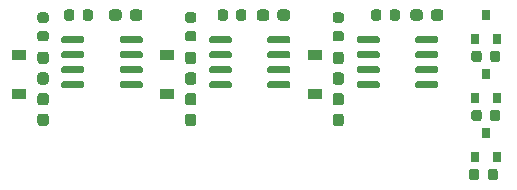
<source format=gbr>
%TF.GenerationSoftware,KiCad,Pcbnew,(5.1.6)-1*%
%TF.CreationDate,2020-12-19T18:50:18-05:00*%
%TF.ProjectId,driver_RGB,64726976-6572-45f5-9247-422e6b696361,rev?*%
%TF.SameCoordinates,Original*%
%TF.FileFunction,Paste,Top*%
%TF.FilePolarity,Positive*%
%FSLAX46Y46*%
G04 Gerber Fmt 4.6, Leading zero omitted, Abs format (unit mm)*
G04 Created by KiCad (PCBNEW (5.1.6)-1) date 2020-12-19 18:50:18*
%MOMM*%
%LPD*%
G01*
G04 APERTURE LIST*
%ADD10R,0.800000X0.900000*%
%ADD11R,1.200000X0.900000*%
G04 APERTURE END LIST*
D10*
%TO.C,Q3*%
X154500000Y-92500000D03*
X155450000Y-94500000D03*
X153550000Y-94500000D03*
%TD*%
%TO.C,Q2*%
X154500000Y-82500000D03*
X155450000Y-84500000D03*
X153550000Y-84500000D03*
%TD*%
D11*
%TO.C,D3*%
X140000000Y-89150000D03*
X140000000Y-85850000D03*
%TD*%
%TO.C,D2*%
X115000000Y-89150000D03*
X115000000Y-85850000D03*
%TD*%
%TO.C,D1*%
X127500000Y-89150000D03*
X127500000Y-85850000D03*
%TD*%
%TO.C,U3*%
G36*
G01*
X145500000Y-88255000D02*
X145500000Y-88555000D01*
G75*
G02*
X145350000Y-88705000I-150000J0D01*
G01*
X143700000Y-88705000D01*
G75*
G02*
X143550000Y-88555000I0J150000D01*
G01*
X143550000Y-88255000D01*
G75*
G02*
X143700000Y-88105000I150000J0D01*
G01*
X145350000Y-88105000D01*
G75*
G02*
X145500000Y-88255000I0J-150000D01*
G01*
G37*
G36*
G01*
X145500000Y-86985000D02*
X145500000Y-87285000D01*
G75*
G02*
X145350000Y-87435000I-150000J0D01*
G01*
X143700000Y-87435000D01*
G75*
G02*
X143550000Y-87285000I0J150000D01*
G01*
X143550000Y-86985000D01*
G75*
G02*
X143700000Y-86835000I150000J0D01*
G01*
X145350000Y-86835000D01*
G75*
G02*
X145500000Y-86985000I0J-150000D01*
G01*
G37*
G36*
G01*
X145500000Y-85715000D02*
X145500000Y-86015000D01*
G75*
G02*
X145350000Y-86165000I-150000J0D01*
G01*
X143700000Y-86165000D01*
G75*
G02*
X143550000Y-86015000I0J150000D01*
G01*
X143550000Y-85715000D01*
G75*
G02*
X143700000Y-85565000I150000J0D01*
G01*
X145350000Y-85565000D01*
G75*
G02*
X145500000Y-85715000I0J-150000D01*
G01*
G37*
G36*
G01*
X145500000Y-84445000D02*
X145500000Y-84745000D01*
G75*
G02*
X145350000Y-84895000I-150000J0D01*
G01*
X143700000Y-84895000D01*
G75*
G02*
X143550000Y-84745000I0J150000D01*
G01*
X143550000Y-84445000D01*
G75*
G02*
X143700000Y-84295000I150000J0D01*
G01*
X145350000Y-84295000D01*
G75*
G02*
X145500000Y-84445000I0J-150000D01*
G01*
G37*
G36*
G01*
X150450000Y-84445000D02*
X150450000Y-84745000D01*
G75*
G02*
X150300000Y-84895000I-150000J0D01*
G01*
X148650000Y-84895000D01*
G75*
G02*
X148500000Y-84745000I0J150000D01*
G01*
X148500000Y-84445000D01*
G75*
G02*
X148650000Y-84295000I150000J0D01*
G01*
X150300000Y-84295000D01*
G75*
G02*
X150450000Y-84445000I0J-150000D01*
G01*
G37*
G36*
G01*
X150450000Y-85715000D02*
X150450000Y-86015000D01*
G75*
G02*
X150300000Y-86165000I-150000J0D01*
G01*
X148650000Y-86165000D01*
G75*
G02*
X148500000Y-86015000I0J150000D01*
G01*
X148500000Y-85715000D01*
G75*
G02*
X148650000Y-85565000I150000J0D01*
G01*
X150300000Y-85565000D01*
G75*
G02*
X150450000Y-85715000I0J-150000D01*
G01*
G37*
G36*
G01*
X150450000Y-86985000D02*
X150450000Y-87285000D01*
G75*
G02*
X150300000Y-87435000I-150000J0D01*
G01*
X148650000Y-87435000D01*
G75*
G02*
X148500000Y-87285000I0J150000D01*
G01*
X148500000Y-86985000D01*
G75*
G02*
X148650000Y-86835000I150000J0D01*
G01*
X150300000Y-86835000D01*
G75*
G02*
X150450000Y-86985000I0J-150000D01*
G01*
G37*
G36*
G01*
X150450000Y-88255000D02*
X150450000Y-88555000D01*
G75*
G02*
X150300000Y-88705000I-150000J0D01*
G01*
X148650000Y-88705000D01*
G75*
G02*
X148500000Y-88555000I0J150000D01*
G01*
X148500000Y-88255000D01*
G75*
G02*
X148650000Y-88105000I150000J0D01*
G01*
X150300000Y-88105000D01*
G75*
G02*
X150450000Y-88255000I0J-150000D01*
G01*
G37*
%TD*%
%TO.C,U1*%
G36*
G01*
X133000000Y-88255000D02*
X133000000Y-88555000D01*
G75*
G02*
X132850000Y-88705000I-150000J0D01*
G01*
X131200000Y-88705000D01*
G75*
G02*
X131050000Y-88555000I0J150000D01*
G01*
X131050000Y-88255000D01*
G75*
G02*
X131200000Y-88105000I150000J0D01*
G01*
X132850000Y-88105000D01*
G75*
G02*
X133000000Y-88255000I0J-150000D01*
G01*
G37*
G36*
G01*
X133000000Y-86985000D02*
X133000000Y-87285000D01*
G75*
G02*
X132850000Y-87435000I-150000J0D01*
G01*
X131200000Y-87435000D01*
G75*
G02*
X131050000Y-87285000I0J150000D01*
G01*
X131050000Y-86985000D01*
G75*
G02*
X131200000Y-86835000I150000J0D01*
G01*
X132850000Y-86835000D01*
G75*
G02*
X133000000Y-86985000I0J-150000D01*
G01*
G37*
G36*
G01*
X133000000Y-85715000D02*
X133000000Y-86015000D01*
G75*
G02*
X132850000Y-86165000I-150000J0D01*
G01*
X131200000Y-86165000D01*
G75*
G02*
X131050000Y-86015000I0J150000D01*
G01*
X131050000Y-85715000D01*
G75*
G02*
X131200000Y-85565000I150000J0D01*
G01*
X132850000Y-85565000D01*
G75*
G02*
X133000000Y-85715000I0J-150000D01*
G01*
G37*
G36*
G01*
X133000000Y-84445000D02*
X133000000Y-84745000D01*
G75*
G02*
X132850000Y-84895000I-150000J0D01*
G01*
X131200000Y-84895000D01*
G75*
G02*
X131050000Y-84745000I0J150000D01*
G01*
X131050000Y-84445000D01*
G75*
G02*
X131200000Y-84295000I150000J0D01*
G01*
X132850000Y-84295000D01*
G75*
G02*
X133000000Y-84445000I0J-150000D01*
G01*
G37*
G36*
G01*
X137950000Y-84445000D02*
X137950000Y-84745000D01*
G75*
G02*
X137800000Y-84895000I-150000J0D01*
G01*
X136150000Y-84895000D01*
G75*
G02*
X136000000Y-84745000I0J150000D01*
G01*
X136000000Y-84445000D01*
G75*
G02*
X136150000Y-84295000I150000J0D01*
G01*
X137800000Y-84295000D01*
G75*
G02*
X137950000Y-84445000I0J-150000D01*
G01*
G37*
G36*
G01*
X137950000Y-85715000D02*
X137950000Y-86015000D01*
G75*
G02*
X137800000Y-86165000I-150000J0D01*
G01*
X136150000Y-86165000D01*
G75*
G02*
X136000000Y-86015000I0J150000D01*
G01*
X136000000Y-85715000D01*
G75*
G02*
X136150000Y-85565000I150000J0D01*
G01*
X137800000Y-85565000D01*
G75*
G02*
X137950000Y-85715000I0J-150000D01*
G01*
G37*
G36*
G01*
X137950000Y-86985000D02*
X137950000Y-87285000D01*
G75*
G02*
X137800000Y-87435000I-150000J0D01*
G01*
X136150000Y-87435000D01*
G75*
G02*
X136000000Y-87285000I0J150000D01*
G01*
X136000000Y-86985000D01*
G75*
G02*
X136150000Y-86835000I150000J0D01*
G01*
X137800000Y-86835000D01*
G75*
G02*
X137950000Y-86985000I0J-150000D01*
G01*
G37*
G36*
G01*
X137950000Y-88255000D02*
X137950000Y-88555000D01*
G75*
G02*
X137800000Y-88705000I-150000J0D01*
G01*
X136150000Y-88705000D01*
G75*
G02*
X136000000Y-88555000I0J150000D01*
G01*
X136000000Y-88255000D01*
G75*
G02*
X136150000Y-88105000I150000J0D01*
G01*
X137800000Y-88105000D01*
G75*
G02*
X137950000Y-88255000I0J-150000D01*
G01*
G37*
%TD*%
%TO.C,U2*%
G36*
G01*
X120500000Y-88255000D02*
X120500000Y-88555000D01*
G75*
G02*
X120350000Y-88705000I-150000J0D01*
G01*
X118700000Y-88705000D01*
G75*
G02*
X118550000Y-88555000I0J150000D01*
G01*
X118550000Y-88255000D01*
G75*
G02*
X118700000Y-88105000I150000J0D01*
G01*
X120350000Y-88105000D01*
G75*
G02*
X120500000Y-88255000I0J-150000D01*
G01*
G37*
G36*
G01*
X120500000Y-86985000D02*
X120500000Y-87285000D01*
G75*
G02*
X120350000Y-87435000I-150000J0D01*
G01*
X118700000Y-87435000D01*
G75*
G02*
X118550000Y-87285000I0J150000D01*
G01*
X118550000Y-86985000D01*
G75*
G02*
X118700000Y-86835000I150000J0D01*
G01*
X120350000Y-86835000D01*
G75*
G02*
X120500000Y-86985000I0J-150000D01*
G01*
G37*
G36*
G01*
X120500000Y-85715000D02*
X120500000Y-86015000D01*
G75*
G02*
X120350000Y-86165000I-150000J0D01*
G01*
X118700000Y-86165000D01*
G75*
G02*
X118550000Y-86015000I0J150000D01*
G01*
X118550000Y-85715000D01*
G75*
G02*
X118700000Y-85565000I150000J0D01*
G01*
X120350000Y-85565000D01*
G75*
G02*
X120500000Y-85715000I0J-150000D01*
G01*
G37*
G36*
G01*
X120500000Y-84445000D02*
X120500000Y-84745000D01*
G75*
G02*
X120350000Y-84895000I-150000J0D01*
G01*
X118700000Y-84895000D01*
G75*
G02*
X118550000Y-84745000I0J150000D01*
G01*
X118550000Y-84445000D01*
G75*
G02*
X118700000Y-84295000I150000J0D01*
G01*
X120350000Y-84295000D01*
G75*
G02*
X120500000Y-84445000I0J-150000D01*
G01*
G37*
G36*
G01*
X125450000Y-84445000D02*
X125450000Y-84745000D01*
G75*
G02*
X125300000Y-84895000I-150000J0D01*
G01*
X123650000Y-84895000D01*
G75*
G02*
X123500000Y-84745000I0J150000D01*
G01*
X123500000Y-84445000D01*
G75*
G02*
X123650000Y-84295000I150000J0D01*
G01*
X125300000Y-84295000D01*
G75*
G02*
X125450000Y-84445000I0J-150000D01*
G01*
G37*
G36*
G01*
X125450000Y-85715000D02*
X125450000Y-86015000D01*
G75*
G02*
X125300000Y-86165000I-150000J0D01*
G01*
X123650000Y-86165000D01*
G75*
G02*
X123500000Y-86015000I0J150000D01*
G01*
X123500000Y-85715000D01*
G75*
G02*
X123650000Y-85565000I150000J0D01*
G01*
X125300000Y-85565000D01*
G75*
G02*
X125450000Y-85715000I0J-150000D01*
G01*
G37*
G36*
G01*
X125450000Y-86985000D02*
X125450000Y-87285000D01*
G75*
G02*
X125300000Y-87435000I-150000J0D01*
G01*
X123650000Y-87435000D01*
G75*
G02*
X123500000Y-87285000I0J150000D01*
G01*
X123500000Y-86985000D01*
G75*
G02*
X123650000Y-86835000I150000J0D01*
G01*
X125300000Y-86835000D01*
G75*
G02*
X125450000Y-86985000I0J-150000D01*
G01*
G37*
G36*
G01*
X125450000Y-88255000D02*
X125450000Y-88555000D01*
G75*
G02*
X125300000Y-88705000I-150000J0D01*
G01*
X123650000Y-88705000D01*
G75*
G02*
X123500000Y-88555000I0J150000D01*
G01*
X123500000Y-88255000D01*
G75*
G02*
X123650000Y-88105000I150000J0D01*
G01*
X125300000Y-88105000D01*
G75*
G02*
X125450000Y-88255000I0J-150000D01*
G01*
G37*
%TD*%
%TO.C,R9*%
G36*
G01*
X149150000Y-82262500D02*
X149150000Y-82737500D01*
G75*
G02*
X148912500Y-82975000I-237500J0D01*
G01*
X148337500Y-82975000D01*
G75*
G02*
X148100000Y-82737500I0J237500D01*
G01*
X148100000Y-82262500D01*
G75*
G02*
X148337500Y-82025000I237500J0D01*
G01*
X148912500Y-82025000D01*
G75*
G02*
X149150000Y-82262500I0J-237500D01*
G01*
G37*
G36*
G01*
X150900000Y-82262500D02*
X150900000Y-82737500D01*
G75*
G02*
X150662500Y-82975000I-237500J0D01*
G01*
X150087500Y-82975000D01*
G75*
G02*
X149850000Y-82737500I0J237500D01*
G01*
X149850000Y-82262500D01*
G75*
G02*
X150087500Y-82025000I237500J0D01*
G01*
X150662500Y-82025000D01*
G75*
G02*
X150900000Y-82262500I0J-237500D01*
G01*
G37*
%TD*%
%TO.C,R8*%
G36*
G01*
X142237500Y-86650000D02*
X141762500Y-86650000D01*
G75*
G02*
X141525000Y-86412500I0J237500D01*
G01*
X141525000Y-85837500D01*
G75*
G02*
X141762500Y-85600000I237500J0D01*
G01*
X142237500Y-85600000D01*
G75*
G02*
X142475000Y-85837500I0J-237500D01*
G01*
X142475000Y-86412500D01*
G75*
G02*
X142237500Y-86650000I-237500J0D01*
G01*
G37*
G36*
G01*
X142237500Y-88400000D02*
X141762500Y-88400000D01*
G75*
G02*
X141525000Y-88162500I0J237500D01*
G01*
X141525000Y-87587500D01*
G75*
G02*
X141762500Y-87350000I237500J0D01*
G01*
X142237500Y-87350000D01*
G75*
G02*
X142475000Y-87587500I0J-237500D01*
G01*
X142475000Y-88162500D01*
G75*
G02*
X142237500Y-88400000I-237500J0D01*
G01*
G37*
%TD*%
%TO.C,R7*%
G36*
G01*
X142237500Y-90150000D02*
X141762500Y-90150000D01*
G75*
G02*
X141525000Y-89912500I0J237500D01*
G01*
X141525000Y-89337500D01*
G75*
G02*
X141762500Y-89100000I237500J0D01*
G01*
X142237500Y-89100000D01*
G75*
G02*
X142475000Y-89337500I0J-237500D01*
G01*
X142475000Y-89912500D01*
G75*
G02*
X142237500Y-90150000I-237500J0D01*
G01*
G37*
G36*
G01*
X142237500Y-91900000D02*
X141762500Y-91900000D01*
G75*
G02*
X141525000Y-91662500I0J237500D01*
G01*
X141525000Y-91087500D01*
G75*
G02*
X141762500Y-90850000I237500J0D01*
G01*
X142237500Y-90850000D01*
G75*
G02*
X142475000Y-91087500I0J-237500D01*
G01*
X142475000Y-91662500D01*
G75*
G02*
X142237500Y-91900000I-237500J0D01*
G01*
G37*
%TD*%
%TO.C,R6*%
G36*
G01*
X123650000Y-82262500D02*
X123650000Y-82737500D01*
G75*
G02*
X123412500Y-82975000I-237500J0D01*
G01*
X122837500Y-82975000D01*
G75*
G02*
X122600000Y-82737500I0J237500D01*
G01*
X122600000Y-82262500D01*
G75*
G02*
X122837500Y-82025000I237500J0D01*
G01*
X123412500Y-82025000D01*
G75*
G02*
X123650000Y-82262500I0J-237500D01*
G01*
G37*
G36*
G01*
X125400000Y-82262500D02*
X125400000Y-82737500D01*
G75*
G02*
X125162500Y-82975000I-237500J0D01*
G01*
X124587500Y-82975000D01*
G75*
G02*
X124350000Y-82737500I0J237500D01*
G01*
X124350000Y-82262500D01*
G75*
G02*
X124587500Y-82025000I237500J0D01*
G01*
X125162500Y-82025000D01*
G75*
G02*
X125400000Y-82262500I0J-237500D01*
G01*
G37*
%TD*%
%TO.C,R5*%
G36*
G01*
X117237500Y-86650000D02*
X116762500Y-86650000D01*
G75*
G02*
X116525000Y-86412500I0J237500D01*
G01*
X116525000Y-85837500D01*
G75*
G02*
X116762500Y-85600000I237500J0D01*
G01*
X117237500Y-85600000D01*
G75*
G02*
X117475000Y-85837500I0J-237500D01*
G01*
X117475000Y-86412500D01*
G75*
G02*
X117237500Y-86650000I-237500J0D01*
G01*
G37*
G36*
G01*
X117237500Y-88400000D02*
X116762500Y-88400000D01*
G75*
G02*
X116525000Y-88162500I0J237500D01*
G01*
X116525000Y-87587500D01*
G75*
G02*
X116762500Y-87350000I237500J0D01*
G01*
X117237500Y-87350000D01*
G75*
G02*
X117475000Y-87587500I0J-237500D01*
G01*
X117475000Y-88162500D01*
G75*
G02*
X117237500Y-88400000I-237500J0D01*
G01*
G37*
%TD*%
%TO.C,R4*%
G36*
G01*
X117237500Y-90150000D02*
X116762500Y-90150000D01*
G75*
G02*
X116525000Y-89912500I0J237500D01*
G01*
X116525000Y-89337500D01*
G75*
G02*
X116762500Y-89100000I237500J0D01*
G01*
X117237500Y-89100000D01*
G75*
G02*
X117475000Y-89337500I0J-237500D01*
G01*
X117475000Y-89912500D01*
G75*
G02*
X117237500Y-90150000I-237500J0D01*
G01*
G37*
G36*
G01*
X117237500Y-91900000D02*
X116762500Y-91900000D01*
G75*
G02*
X116525000Y-91662500I0J237500D01*
G01*
X116525000Y-91087500D01*
G75*
G02*
X116762500Y-90850000I237500J0D01*
G01*
X117237500Y-90850000D01*
G75*
G02*
X117475000Y-91087500I0J-237500D01*
G01*
X117475000Y-91662500D01*
G75*
G02*
X117237500Y-91900000I-237500J0D01*
G01*
G37*
%TD*%
%TO.C,R3*%
G36*
G01*
X136150000Y-82262500D02*
X136150000Y-82737500D01*
G75*
G02*
X135912500Y-82975000I-237500J0D01*
G01*
X135337500Y-82975000D01*
G75*
G02*
X135100000Y-82737500I0J237500D01*
G01*
X135100000Y-82262500D01*
G75*
G02*
X135337500Y-82025000I237500J0D01*
G01*
X135912500Y-82025000D01*
G75*
G02*
X136150000Y-82262500I0J-237500D01*
G01*
G37*
G36*
G01*
X137900000Y-82262500D02*
X137900000Y-82737500D01*
G75*
G02*
X137662500Y-82975000I-237500J0D01*
G01*
X137087500Y-82975000D01*
G75*
G02*
X136850000Y-82737500I0J237500D01*
G01*
X136850000Y-82262500D01*
G75*
G02*
X137087500Y-82025000I237500J0D01*
G01*
X137662500Y-82025000D01*
G75*
G02*
X137900000Y-82262500I0J-237500D01*
G01*
G37*
%TD*%
%TO.C,R2*%
G36*
G01*
X129737500Y-86650000D02*
X129262500Y-86650000D01*
G75*
G02*
X129025000Y-86412500I0J237500D01*
G01*
X129025000Y-85837500D01*
G75*
G02*
X129262500Y-85600000I237500J0D01*
G01*
X129737500Y-85600000D01*
G75*
G02*
X129975000Y-85837500I0J-237500D01*
G01*
X129975000Y-86412500D01*
G75*
G02*
X129737500Y-86650000I-237500J0D01*
G01*
G37*
G36*
G01*
X129737500Y-88400000D02*
X129262500Y-88400000D01*
G75*
G02*
X129025000Y-88162500I0J237500D01*
G01*
X129025000Y-87587500D01*
G75*
G02*
X129262500Y-87350000I237500J0D01*
G01*
X129737500Y-87350000D01*
G75*
G02*
X129975000Y-87587500I0J-237500D01*
G01*
X129975000Y-88162500D01*
G75*
G02*
X129737500Y-88400000I-237500J0D01*
G01*
G37*
%TD*%
%TO.C,R1*%
G36*
G01*
X129737500Y-90150000D02*
X129262500Y-90150000D01*
G75*
G02*
X129025000Y-89912500I0J237500D01*
G01*
X129025000Y-89337500D01*
G75*
G02*
X129262500Y-89100000I237500J0D01*
G01*
X129737500Y-89100000D01*
G75*
G02*
X129975000Y-89337500I0J-237500D01*
G01*
X129975000Y-89912500D01*
G75*
G02*
X129737500Y-90150000I-237500J0D01*
G01*
G37*
G36*
G01*
X129737500Y-91900000D02*
X129262500Y-91900000D01*
G75*
G02*
X129025000Y-91662500I0J237500D01*
G01*
X129025000Y-91087500D01*
G75*
G02*
X129262500Y-90850000I237500J0D01*
G01*
X129737500Y-90850000D01*
G75*
G02*
X129975000Y-91087500I0J-237500D01*
G01*
X129975000Y-91662500D01*
G75*
G02*
X129737500Y-91900000I-237500J0D01*
G01*
G37*
%TD*%
D10*
%TO.C,Q1*%
X154500000Y-87500000D03*
X155450000Y-89500000D03*
X153550000Y-89500000D03*
%TD*%
%TO.C,C9*%
G36*
G01*
X154637500Y-96256250D02*
X154637500Y-95743750D01*
G75*
G02*
X154856250Y-95525000I218750J0D01*
G01*
X155293750Y-95525000D01*
G75*
G02*
X155512500Y-95743750I0J-218750D01*
G01*
X155512500Y-96256250D01*
G75*
G02*
X155293750Y-96475000I-218750J0D01*
G01*
X154856250Y-96475000D01*
G75*
G02*
X154637500Y-96256250I0J218750D01*
G01*
G37*
G36*
G01*
X153062500Y-96256250D02*
X153062500Y-95743750D01*
G75*
G02*
X153281250Y-95525000I218750J0D01*
G01*
X153718750Y-95525000D01*
G75*
G02*
X153937500Y-95743750I0J-218750D01*
G01*
X153937500Y-96256250D01*
G75*
G02*
X153718750Y-96475000I-218750J0D01*
G01*
X153281250Y-96475000D01*
G75*
G02*
X153062500Y-96256250I0J218750D01*
G01*
G37*
%TD*%
%TO.C,C8*%
G36*
G01*
X145650000Y-82243750D02*
X145650000Y-82756250D01*
G75*
G02*
X145431250Y-82975000I-218750J0D01*
G01*
X144993750Y-82975000D01*
G75*
G02*
X144775000Y-82756250I0J218750D01*
G01*
X144775000Y-82243750D01*
G75*
G02*
X144993750Y-82025000I218750J0D01*
G01*
X145431250Y-82025000D01*
G75*
G02*
X145650000Y-82243750I0J-218750D01*
G01*
G37*
G36*
G01*
X147225000Y-82243750D02*
X147225000Y-82756250D01*
G75*
G02*
X147006250Y-82975000I-218750J0D01*
G01*
X146568750Y-82975000D01*
G75*
G02*
X146350000Y-82756250I0J218750D01*
G01*
X146350000Y-82243750D01*
G75*
G02*
X146568750Y-82025000I218750J0D01*
G01*
X147006250Y-82025000D01*
G75*
G02*
X147225000Y-82243750I0J-218750D01*
G01*
G37*
%TD*%
%TO.C,C7*%
G36*
G01*
X142256250Y-83150000D02*
X141743750Y-83150000D01*
G75*
G02*
X141525000Y-82931250I0J218750D01*
G01*
X141525000Y-82493750D01*
G75*
G02*
X141743750Y-82275000I218750J0D01*
G01*
X142256250Y-82275000D01*
G75*
G02*
X142475000Y-82493750I0J-218750D01*
G01*
X142475000Y-82931250D01*
G75*
G02*
X142256250Y-83150000I-218750J0D01*
G01*
G37*
G36*
G01*
X142256250Y-84725000D02*
X141743750Y-84725000D01*
G75*
G02*
X141525000Y-84506250I0J218750D01*
G01*
X141525000Y-84068750D01*
G75*
G02*
X141743750Y-83850000I218750J0D01*
G01*
X142256250Y-83850000D01*
G75*
G02*
X142475000Y-84068750I0J-218750D01*
G01*
X142475000Y-84506250D01*
G75*
G02*
X142256250Y-84725000I-218750J0D01*
G01*
G37*
%TD*%
%TO.C,C6*%
G36*
G01*
X154850000Y-86256250D02*
X154850000Y-85743750D01*
G75*
G02*
X155068750Y-85525000I218750J0D01*
G01*
X155506250Y-85525000D01*
G75*
G02*
X155725000Y-85743750I0J-218750D01*
G01*
X155725000Y-86256250D01*
G75*
G02*
X155506250Y-86475000I-218750J0D01*
G01*
X155068750Y-86475000D01*
G75*
G02*
X154850000Y-86256250I0J218750D01*
G01*
G37*
G36*
G01*
X153275000Y-86256250D02*
X153275000Y-85743750D01*
G75*
G02*
X153493750Y-85525000I218750J0D01*
G01*
X153931250Y-85525000D01*
G75*
G02*
X154150000Y-85743750I0J-218750D01*
G01*
X154150000Y-86256250D01*
G75*
G02*
X153931250Y-86475000I-218750J0D01*
G01*
X153493750Y-86475000D01*
G75*
G02*
X153275000Y-86256250I0J218750D01*
G01*
G37*
%TD*%
%TO.C,C5*%
G36*
G01*
X120350000Y-82756250D02*
X120350000Y-82243750D01*
G75*
G02*
X120568750Y-82025000I218750J0D01*
G01*
X121006250Y-82025000D01*
G75*
G02*
X121225000Y-82243750I0J-218750D01*
G01*
X121225000Y-82756250D01*
G75*
G02*
X121006250Y-82975000I-218750J0D01*
G01*
X120568750Y-82975000D01*
G75*
G02*
X120350000Y-82756250I0J218750D01*
G01*
G37*
G36*
G01*
X118775000Y-82756250D02*
X118775000Y-82243750D01*
G75*
G02*
X118993750Y-82025000I218750J0D01*
G01*
X119431250Y-82025000D01*
G75*
G02*
X119650000Y-82243750I0J-218750D01*
G01*
X119650000Y-82756250D01*
G75*
G02*
X119431250Y-82975000I-218750J0D01*
G01*
X118993750Y-82975000D01*
G75*
G02*
X118775000Y-82756250I0J218750D01*
G01*
G37*
%TD*%
%TO.C,C4*%
G36*
G01*
X117256250Y-83150000D02*
X116743750Y-83150000D01*
G75*
G02*
X116525000Y-82931250I0J218750D01*
G01*
X116525000Y-82493750D01*
G75*
G02*
X116743750Y-82275000I218750J0D01*
G01*
X117256250Y-82275000D01*
G75*
G02*
X117475000Y-82493750I0J-218750D01*
G01*
X117475000Y-82931250D01*
G75*
G02*
X117256250Y-83150000I-218750J0D01*
G01*
G37*
G36*
G01*
X117256250Y-84725000D02*
X116743750Y-84725000D01*
G75*
G02*
X116525000Y-84506250I0J218750D01*
G01*
X116525000Y-84068750D01*
G75*
G02*
X116743750Y-83850000I218750J0D01*
G01*
X117256250Y-83850000D01*
G75*
G02*
X117475000Y-84068750I0J-218750D01*
G01*
X117475000Y-84506250D01*
G75*
G02*
X117256250Y-84725000I-218750J0D01*
G01*
G37*
%TD*%
%TO.C,C3*%
G36*
G01*
X154850000Y-91256250D02*
X154850000Y-90743750D01*
G75*
G02*
X155068750Y-90525000I218750J0D01*
G01*
X155506250Y-90525000D01*
G75*
G02*
X155725000Y-90743750I0J-218750D01*
G01*
X155725000Y-91256250D01*
G75*
G02*
X155506250Y-91475000I-218750J0D01*
G01*
X155068750Y-91475000D01*
G75*
G02*
X154850000Y-91256250I0J218750D01*
G01*
G37*
G36*
G01*
X153275000Y-91256250D02*
X153275000Y-90743750D01*
G75*
G02*
X153493750Y-90525000I218750J0D01*
G01*
X153931250Y-90525000D01*
G75*
G02*
X154150000Y-90743750I0J-218750D01*
G01*
X154150000Y-91256250D01*
G75*
G02*
X153931250Y-91475000I-218750J0D01*
G01*
X153493750Y-91475000D01*
G75*
G02*
X153275000Y-91256250I0J218750D01*
G01*
G37*
%TD*%
%TO.C,C2*%
G36*
G01*
X132650000Y-82243750D02*
X132650000Y-82756250D01*
G75*
G02*
X132431250Y-82975000I-218750J0D01*
G01*
X131993750Y-82975000D01*
G75*
G02*
X131775000Y-82756250I0J218750D01*
G01*
X131775000Y-82243750D01*
G75*
G02*
X131993750Y-82025000I218750J0D01*
G01*
X132431250Y-82025000D01*
G75*
G02*
X132650000Y-82243750I0J-218750D01*
G01*
G37*
G36*
G01*
X134225000Y-82243750D02*
X134225000Y-82756250D01*
G75*
G02*
X134006250Y-82975000I-218750J0D01*
G01*
X133568750Y-82975000D01*
G75*
G02*
X133350000Y-82756250I0J218750D01*
G01*
X133350000Y-82243750D01*
G75*
G02*
X133568750Y-82025000I218750J0D01*
G01*
X134006250Y-82025000D01*
G75*
G02*
X134225000Y-82243750I0J-218750D01*
G01*
G37*
%TD*%
%TO.C,C1*%
G36*
G01*
X129756250Y-83150000D02*
X129243750Y-83150000D01*
G75*
G02*
X129025000Y-82931250I0J218750D01*
G01*
X129025000Y-82493750D01*
G75*
G02*
X129243750Y-82275000I218750J0D01*
G01*
X129756250Y-82275000D01*
G75*
G02*
X129975000Y-82493750I0J-218750D01*
G01*
X129975000Y-82931250D01*
G75*
G02*
X129756250Y-83150000I-218750J0D01*
G01*
G37*
G36*
G01*
X129756250Y-84725000D02*
X129243750Y-84725000D01*
G75*
G02*
X129025000Y-84506250I0J218750D01*
G01*
X129025000Y-84068750D01*
G75*
G02*
X129243750Y-83850000I218750J0D01*
G01*
X129756250Y-83850000D01*
G75*
G02*
X129975000Y-84068750I0J-218750D01*
G01*
X129975000Y-84506250D01*
G75*
G02*
X129756250Y-84725000I-218750J0D01*
G01*
G37*
%TD*%
M02*

</source>
